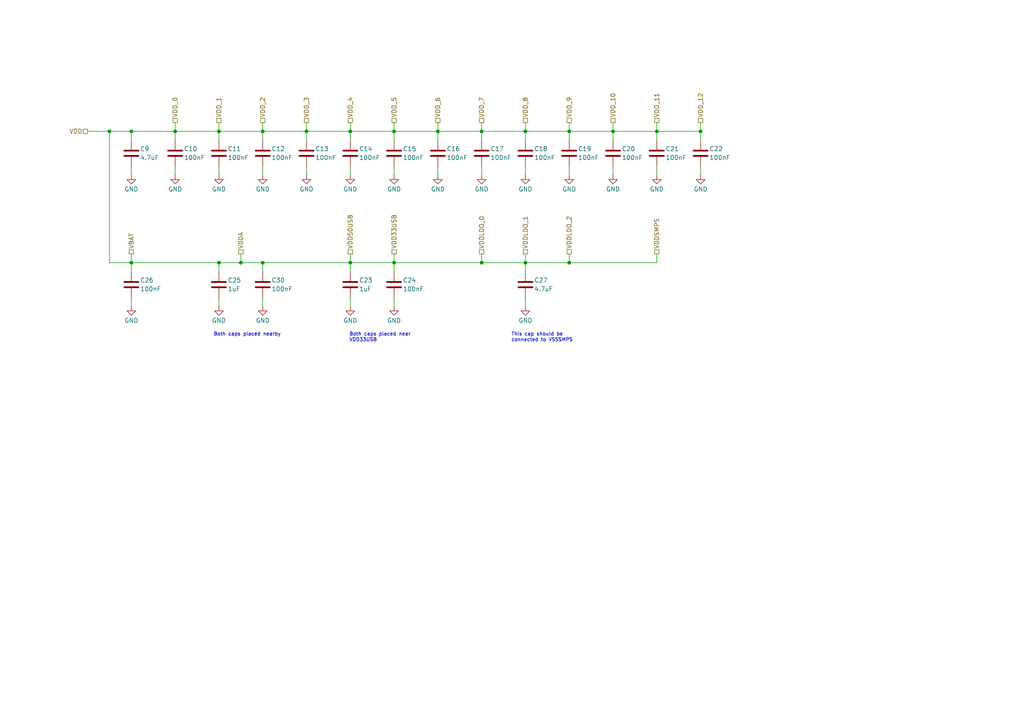
<source format=kicad_sch>
(kicad_sch (version 20250114) (generator "eeschema") (generator_version "9.0")
  (paper "A4")
  (lib_symbols
    (symbol "Device:C" (pin_numbers (hide yes)) (pin_names (offset 0.254))
      (property "Reference" "C" (at 0.635 2.54 0))
      (property "Value" "C" (at 0.635 -2.54 0))
      (symbol "C_0_1"
        (polyline (pts (xy -2.032 0.762) (xy 2.032 0.762)) (stroke (width 0.508)))
        (polyline (pts (xy -2.032 -0.762) (xy 2.032 -0.762)) (stroke (width 0.508)))
      )
      (symbol "C_1_1"
        (pin passive line (at 0 3.81 270) (length 2.794) (name "~") (number "1"))
        (pin passive line (at 0 -3.81 90) (length 2.794) (name "~") (number "2"))
      )
    )
    (symbol "power:GND" (power) (pin_numbers (hide yes)) (pin_names (offset 0) (hide yes))
      (property "Value" "GND" (at 0 -3.81 0))
      (symbol "GND_0_1"
        (polyline (pts (xy 0 0) (xy 0 -1.27) (xy 1.27 -1.27) (xy 0 -2.54) (xy -1.27 -1.27) (xy 0 -1.27)))
      )
      (symbol "GND_1_1"
        (pin power_in line (at 0 0 270) (length 0) (name "~") (number "1"))
      )
    )
  )
  (text_box "Both caps placed nearby" (at 60.96 95.25 0) (size 24.13 3.81) (margins 0.9525 0.9525 0.9525 0.9525) (stroke (width -0.0001)) (effects (font (size 1.016 1.016)) (justify left top)))
  (text_box "This cap should be connected to VSSSMPS" (at 147.32 95.25 0) (size 24.13 3.81) (margins 0.9525 0.9525 0.9525 0.9525) (stroke (width -0.0001)) (effects (font (size 1.016 1.016)) (justify left top)))
  (text_box "Both caps placed near VDD33USB" (at 100.33 95.25 0) (size 24.13 3.81) (margins 0.9525 0.9525 0.9525 0.9525) (stroke (width -0.0001)) (effects (font (size 1.016 1.016)) (justify left top)))
  (junction (at 139.7 38.1))
  (junction (at 63.5 76.2))
  (junction (at 63.5 38.1))
  (junction (at 38.1 38.1))
  (junction (at 31.75 38.1))
  (junction (at 114.3 76.2))
  (junction (at 152.4 76.2))
  (junction (at 50.8 38.1))
  (junction (at 139.7 76.2))
  (junction (at 177.8 38.1))
  (junction (at 114.3 38.1))
  (junction (at 165.1 38.1))
  (junction (at 76.2 76.2))
  (junction (at 88.9 38.1))
  (junction (at 203.2 38.1))
  (junction (at 127 38.1))
  (junction (at 101.6 38.1))
  (junction (at 69.85 76.2))
  (junction (at 165.1 76.2))
  (junction (at 38.1 76.2))
  (junction (at 76.2 38.1))
  (junction (at 190.5 38.1))
  (junction (at 101.6 76.2))
  (junction (at 152.4 38.1))
  (wire (pts (xy 63.5 38.1) (xy 76.2 38.1)))
  (wire (pts (xy 31.75 38.1) (xy 38.1 38.1)))
  (wire (pts (xy 152.4 76.2) (xy 139.7 76.2)))
  (wire (pts (xy 127 35.56) (xy 127 38.1)))
  (wire (pts (xy 69.85 73.66) (xy 69.85 76.2)))
  (wire (pts (xy 76.2 38.1) (xy 76.2 40.64)))
  (wire (pts (xy 139.7 35.56) (xy 139.7 38.1)))
  (wire (pts (xy 177.8 48.26) (xy 177.8 50.8)))
  (wire (pts (xy 152.4 35.56) (xy 152.4 38.1)))
  (wire (pts (xy 165.1 76.2) (xy 190.5 76.2)))
  (wire (pts (xy 114.3 86.36) (xy 114.3 88.9)))
  (wire (pts (xy 177.8 38.1) (xy 190.5 38.1)))
  (wire (pts (xy 190.5 35.56) (xy 190.5 38.1)))
  (wire (pts (xy 38.1 48.26) (xy 38.1 50.8)))
  (wire (pts (xy 152.4 38.1) (xy 152.4 40.64)))
  (wire (pts (xy 101.6 73.66) (xy 101.6 76.2)))
  (wire (pts (xy 101.6 38.1) (xy 101.6 40.64)))
  (wire (pts (xy 101.6 86.36) (xy 101.6 88.9)))
  (wire (pts (xy 139.7 48.26) (xy 139.7 50.8)))
  (wire (pts (xy 152.4 86.36) (xy 152.4 88.9)))
  (wire (pts (xy 114.3 48.26) (xy 114.3 50.8)))
  (wire (pts (xy 114.3 76.2) (xy 139.7 76.2)))
  (wire (pts (xy 127 38.1) (xy 139.7 38.1)))
  (wire (pts (xy 139.7 38.1) (xy 139.7 40.64)))
  (wire (pts (xy 190.5 38.1) (xy 203.2 38.1)))
  (wire (pts (xy 152.4 76.2) (xy 152.4 78.74)))
  (wire (pts (xy 63.5 38.1) (xy 63.5 40.64)))
  (wire (pts (xy 165.1 38.1) (xy 165.1 40.64)))
  (wire (pts (xy 203.2 35.56) (xy 203.2 38.1)))
  (wire (pts (xy 76.2 38.1) (xy 88.9 38.1)))
  (wire (pts (xy 31.75 76.2) (xy 31.75 38.1)))
  (wire (pts (xy 88.9 38.1) (xy 101.6 38.1)))
  (wire (pts (xy 63.5 35.56) (xy 63.5 38.1)))
  (wire (pts (xy 69.85 76.2) (xy 63.5 76.2)))
  (wire (pts (xy 114.3 38.1) (xy 114.3 40.64)))
  (wire (pts (xy 63.5 86.36) (xy 63.5 88.9)))
  (wire (pts (xy 76.2 48.26) (xy 76.2 50.8)))
  (wire (pts (xy 165.1 35.56) (xy 165.1 38.1)))
  (wire (pts (xy 177.8 38.1) (xy 177.8 40.64)))
  (wire (pts (xy 190.5 38.1) (xy 190.5 40.64)))
  (wire (pts (xy 50.8 38.1) (xy 63.5 38.1)))
  (wire (pts (xy 88.9 48.26) (xy 88.9 50.8)))
  (wire (pts (xy 101.6 48.26) (xy 101.6 50.8)))
  (wire (pts (xy 177.8 35.56) (xy 177.8 38.1)))
  (wire (pts (xy 190.5 73.66) (xy 190.5 76.2)))
  (wire (pts (xy 25.4 38.1) (xy 31.75 38.1)))
  (wire (pts (xy 114.3 35.56) (xy 114.3 38.1)))
  (wire (pts (xy 88.9 38.1) (xy 88.9 40.64)))
  (wire (pts (xy 88.9 35.56) (xy 88.9 38.1)))
  (wire (pts (xy 152.4 48.26) (xy 152.4 50.8)))
  (wire (pts (xy 38.1 86.36) (xy 38.1 88.9)))
  (wire (pts (xy 76.2 76.2) (xy 76.2 78.74)))
  (wire (pts (xy 76.2 86.36) (xy 76.2 88.9)))
  (wire (pts (xy 139.7 73.66) (xy 139.7 76.2)))
  (wire (pts (xy 101.6 76.2) (xy 114.3 76.2)))
  (wire (pts (xy 190.5 48.26) (xy 190.5 50.8)))
  (wire (pts (xy 127 48.26) (xy 127 50.8)))
  (wire (pts (xy 165.1 73.66) (xy 165.1 76.2)))
  (wire (pts (xy 38.1 76.2) (xy 31.75 76.2)))
  (wire (pts (xy 114.3 76.2) (xy 114.3 78.74)))
  (wire (pts (xy 38.1 38.1) (xy 50.8 38.1)))
  (wire (pts (xy 76.2 35.56) (xy 76.2 38.1)))
  (wire (pts (xy 165.1 38.1) (xy 177.8 38.1)))
  (wire (pts (xy 50.8 38.1) (xy 50.8 40.64)))
  (wire (pts (xy 38.1 73.66) (xy 38.1 76.2)))
  (wire (pts (xy 69.85 76.2) (xy 76.2 76.2)))
  (wire (pts (xy 114.3 38.1) (xy 127 38.1)))
  (wire (pts (xy 38.1 38.1) (xy 38.1 40.64)))
  (wire (pts (xy 152.4 73.66) (xy 152.4 76.2)))
  (wire (pts (xy 152.4 76.2) (xy 165.1 76.2)))
  (wire (pts (xy 101.6 76.2) (xy 101.6 78.74)))
  (wire (pts (xy 63.5 48.26) (xy 63.5 50.8)))
  (wire (pts (xy 101.6 38.1) (xy 114.3 38.1)))
  (wire (pts (xy 114.3 73.66) (xy 114.3 76.2)))
  (wire (pts (xy 63.5 76.2) (xy 63.5 78.74)))
  (wire (pts (xy 38.1 76.2) (xy 63.5 76.2)))
  (wire (pts (xy 152.4 38.1) (xy 165.1 38.1)))
  (wire (pts (xy 203.2 48.26) (xy 203.2 50.8)))
  (wire (pts (xy 38.1 76.2) (xy 38.1 78.74)))
  (wire (pts (xy 165.1 48.26) (xy 165.1 50.8)))
  (wire (pts (xy 139.7 38.1) (xy 152.4 38.1)))
  (wire (pts (xy 101.6 35.56) (xy 101.6 38.1)))
  (wire (pts (xy 50.8 48.26) (xy 50.8 50.8)))
  (wire (pts (xy 50.8 35.56) (xy 50.8 38.1)))
  (wire (pts (xy 203.2 38.1) (xy 203.2 40.64)))
  (wire (pts (xy 127 38.1) (xy 127 40.64)))
  (wire (pts (xy 76.2 76.2) (xy 101.6 76.2)))
  (hierarchical_label "VDD" (shape passive) (at 25.4 38.1 180))
  (hierarchical_label "VDD_4" (shape passive) (at 101.6 35.56 90))
  (hierarchical_label "VDD33USB" (shape passive) (at 114.3 73.66 90))
  (hierarchical_label "VDD_7" (shape passive) (at 139.7 35.56 90))
  (hierarchical_label "VDDSMPS" (shape passive) (at 190.5 73.66 90))
  (hierarchical_label "VDD_11" (shape passive) (at 190.5 35.56 90))
  (hierarchical_label "VDDLDO_1" (shape passive) (at 152.4 73.66 90))
  (hierarchical_label "VDD_12" (shape passive) (at 203.2 35.56 90))
  (hierarchical_label "VDDLDO_0" (shape passive) (at 139.7 73.66 90))
  (hierarchical_label "VDD_8" (shape passive) (at 152.4 35.56 90))
  (hierarchical_label "VDD_6" (shape passive) (at 127 35.56 90))
  (hierarchical_label "VDD50USB" (shape passive) (at 101.6 73.66 90))
  (hierarchical_label "VDD_1" (shape passive) (at 63.5 35.56 90))
  (hierarchical_label "VDDLDO_2" (shape passive) (at 165.1 73.66 90))
  (hierarchical_label "VDD_5" (shape passive) (at 114.3 35.56 90))
  (hierarchical_label "VDD_9" (shape passive) (at 165.1 35.56 90))
  (hierarchical_label "VDD_0" (shape passive) (at 50.8 35.56 90))
  (hierarchical_label "VDD_10" (shape passive) (at 177.8 35.56 90))
  (hierarchical_label "VDD_3" (shape passive) (at 88.9 35.56 90))
  (hierarchical_label "VBAT" (shape passive) (at 38.1 73.66 90))
  (hierarchical_label "VDDA" (shape passive) (at 69.85 73.66 90))
  (hierarchical_label "VDD_2" (shape passive) (at 76.2 35.56 90))
  (symbol (lib_id "power:GND") (at 50.8 50.8 0) (unit 1)
    (property "Reference" "#PWR02" (effects (hide yes)))
    (property "Value" "GND" (at 50.8 54.864 0))
    (property "Description" "Power symbol creates a global label with name \"GND\" , ground" (effects (hide yes)))
  )
  (symbol (lib_id "power:GND") (at 76.2 50.8 0) (unit 1)
    (property "Reference" "#PWR05" (effects (hide yes)))
    (property "Value" "GND" (at 76.2 54.864 0))
    (property "Description" "Power symbol creates a global label with name \"GND\" , ground" (effects (hide yes)))
  )
  (symbol (lib_id "Device:C") (at 165.1 44.45 0) (unit 1)
    (property "Reference" "C19" (at 167.64 43.18 0) (effects (justify left)))
    (property "Value" "100nF" (at 167.64 45.72 0) (effects (justify left)))
    (property "Footprint" "Capacitor_SMD:C_0402_1005Metric_Pad0.74x0.62mm_HandSolder" (effects (hide yes)))
    (property "Description" "Unpolarized capacitor" (effects (hide yes)))
  )
  (symbol (lib_id "power:GND") (at 165.1 50.8 0) (unit 1)
    (property "Reference" "#PWR027" (effects (hide yes)))
    (property "Value" "GND" (at 165.1 54.864 0))
    (property "Description" "Power symbol creates a global label with name \"GND\" , ground" (effects (hide yes)))
  )
  (symbol (lib_id "Device:C") (at 76.2 44.45 0) (unit 1)
    (property "Reference" "C12" (at 78.74 43.18 0) (effects (justify left)))
    (property "Value" "100nF" (at 78.74 45.72 0) (effects (justify left)))
    (property "Footprint" "Capacitor_SMD:C_0402_1005Metric_Pad0.74x0.62mm_HandSolder" (effects (hide yes)))
    (property "Description" "Unpolarized capacitor" (effects (hide yes)))
  )
  (symbol (lib_id "Device:C") (at 76.2 82.55 0) (unit 1)
    (property "Reference" "C30" (at 78.74 81.28 0) (effects (justify left)))
    (property "Value" "100nF" (at 78.74 83.82 0) (effects (justify left)))
    (property "Footprint" "Capacitor_SMD:C_0402_1005Metric_Pad0.74x0.62mm_HandSolder" (effects (hide yes)))
    (property "Description" "Unpolarized capacitor" (effects (hide yes)))
  )
  (symbol (lib_id "Device:C") (at 88.9 44.45 0) (unit 1)
    (property "Reference" "C13" (at 91.44 43.18 0) (effects (justify left)))
    (property "Value" "100nF" (at 91.44 45.72 0) (effects (justify left)))
    (property "Footprint" "Capacitor_SMD:C_0402_1005Metric_Pad0.74x0.62mm_HandSolder" (effects (hide yes)))
    (property "Description" "Unpolarized capacitor" (effects (hide yes)))
  )
  (symbol (lib_id "Device:C") (at 139.7 44.45 0) (unit 1)
    (property "Reference" "C17" (at 142.24 43.18 0) (effects (justify left)))
    (property "Value" "100nF" (at 142.24 45.72 0) (effects (justify left)))
    (property "Footprint" "Capacitor_SMD:C_0402_1005Metric_Pad0.74x0.62mm_HandSolder" (effects (hide yes)))
    (property "Description" "Unpolarized capacitor" (effects (hide yes)))
  )
  (symbol (lib_id "Device:C") (at 63.5 82.55 0) (unit 1)
    (property "Reference" "C25" (at 66.04 81.28 0) (effects (justify left)))
    (property "Value" "1uF" (at 66.04 83.82 0) (effects (justify left)))
    (property "Footprint" "Capacitor_SMD:C_0402_1005Metric_Pad0.74x0.62mm_HandSolder" (effects (hide yes)))
    (property "Description" "Unpolarized capacitor" (effects (hide yes)))
  )
  (symbol (lib_id "power:GND") (at 101.6 50.8 0) (unit 1)
    (property "Reference" "#PWR09" (effects (hide yes)))
    (property "Value" "GND" (at 101.6 54.864 0))
    (property "Description" "Power symbol creates a global label with name \"GND\" , ground" (effects (hide yes)))
  )
  (symbol (lib_id "power:GND") (at 63.5 88.9 0) (unit 1)
    (property "Reference" "#PWR035" (effects (hide yes)))
    (property "Value" "GND" (at 63.5 92.964 0))
    (property "Description" "Power symbol creates a global label with name \"GND\" , ground" (effects (hide yes)))
  )
  (symbol (lib_id "power:GND") (at 152.4 88.9 0) (unit 1)
    (property "Reference" "#PWR041" (effects (hide yes)))
    (property "Value" "GND" (at 152.4 92.964 0))
    (property "Description" "Power symbol creates a global label with name \"GND\" , ground" (effects (hide yes)))
  )
  (symbol (lib_id "Device:C") (at 38.1 82.55 0) (unit 1)
    (property "Reference" "C26" (at 40.64 81.28 0) (effects (justify left)))
    (property "Value" "100nF" (at 40.64 83.82 0) (effects (justify left)))
    (property "Footprint" "Capacitor_SMD:C_0402_1005Metric_Pad0.74x0.62mm_HandSolder" (effects (hide yes)))
    (property "Description" "Unpolarized capacitor" (effects (hide yes)))
  )
  (symbol (lib_id "power:GND") (at 190.5 50.8 0) (unit 1)
    (property "Reference" "#PWR030" (effects (hide yes)))
    (property "Value" "GND" (at 190.5 54.864 0))
    (property "Description" "Power symbol creates a global label with name \"GND\" , ground" (effects (hide yes)))
  )
  (symbol (lib_id "power:GND") (at 177.8 50.8 0) (unit 1)
    (property "Reference" "#PWR029" (effects (hide yes)))
    (property "Value" "GND" (at 177.8 54.864 0))
    (property "Description" "Power symbol creates a global label with name \"GND\" , ground" (effects (hide yes)))
  )
  (symbol (lib_id "Device:C") (at 101.6 44.45 0) (unit 1)
    (property "Reference" "C14" (at 104.14 43.18 0) (effects (justify left)))
    (property "Value" "100nF" (at 104.14 45.72 0) (effects (justify left)))
    (property "Footprint" "Capacitor_SMD:C_0402_1005Metric_Pad0.74x0.62mm_HandSolder" (effects (hide yes)))
    (property "Description" "Unpolarized capacitor" (effects (hide yes)))
  )
  (symbol (lib_id "power:GND") (at 88.9 50.8 0) (unit 1)
    (property "Reference" "#PWR06" (effects (hide yes)))
    (property "Value" "GND" (at 88.9 54.864 0))
    (property "Description" "Power symbol creates a global label with name \"GND\" , ground" (effects (hide yes)))
  )
  (symbol (lib_id "power:GND") (at 38.1 88.9 0) (unit 1)
    (property "Reference" "#PWR036" (effects (hide yes)))
    (property "Value" "GND" (at 38.1 92.964 0))
    (property "Description" "Power symbol creates a global label with name \"GND\" , ground" (effects (hide yes)))
  )
  (symbol (lib_id "Device:C") (at 50.8 44.45 0) (unit 1)
    (property "Reference" "C10" (at 53.34 43.18 0) (effects (justify left)))
    (property "Value" "100nF" (at 53.34 45.72 0) (effects (justify left)))
    (property "Footprint" "Capacitor_SMD:C_0402_1005Metric_Pad0.74x0.62mm_HandSolder" (effects (hide yes)))
    (property "Description" "Unpolarized capacitor" (effects (hide yes)))
  )
  (symbol (lib_id "Device:C") (at 177.8 44.45 0) (unit 1)
    (property "Reference" "C20" (at 180.34 43.18 0) (effects (justify left)))
    (property "Value" "100nF" (at 180.34 45.72 0) (effects (justify left)))
    (property "Footprint" "Capacitor_SMD:C_0402_1005Metric_Pad0.74x0.62mm_HandSolder" (effects (hide yes)))
    (property "Description" "Unpolarized capacitor" (effects (hide yes)))
  )
  (symbol (lib_id "Device:C") (at 101.6 82.55 0) (unit 1)
    (property "Reference" "C23" (at 104.14 81.28 0) (effects (justify left)))
    (property "Value" "1uF" (at 104.14 83.82 0) (effects (justify left)))
    (property "Footprint" "Capacitor_SMD:C_0402_1005Metric_Pad0.74x0.62mm_HandSolder" (effects (hide yes)))
    (property "Description" "Unpolarized capacitor" (effects (hide yes)))
  )
  (symbol (lib_id "power:GND") (at 139.7 50.8 0) (unit 1)
    (property "Reference" "#PWR018" (effects (hide yes)))
    (property "Value" "GND" (at 139.7 54.864 0))
    (property "Description" "Power symbol creates a global label with name \"GND\" , ground" (effects (hide yes)))
  )
  (symbol (lib_id "Device:C") (at 152.4 82.55 0) (unit 1)
    (property "Reference" "C27" (at 154.94 81.28 0) (effects (justify left)))
    (property "Value" "4.7uF" (at 154.94 83.82 0) (effects (justify left)))
    (property "Footprint" "Capacitor_SMD:C_0402_1005Metric_Pad0.74x0.62mm_HandSolder" (effects (hide yes)))
    (property "Description" "Unpolarized capacitor" (effects (hide yes)))
  )
  (symbol (lib_id "Device:C") (at 127 44.45 0) (unit 1)
    (property "Reference" "C16" (at 129.54 43.18 0) (effects (justify left)))
    (property "Value" "100nF" (at 129.54 45.72 0) (effects (justify left)))
    (property "Footprint" "Capacitor_SMD:C_0402_1005Metric_Pad0.74x0.62mm_HandSolder" (effects (hide yes)))
    (property "Description" "Unpolarized capacitor" (effects (hide yes)))
  )
  (symbol (lib_id "Device:C") (at 203.2 44.45 0) (unit 1)
    (property "Reference" "C22" (at 205.74 43.18 0) (effects (justify left)))
    (property "Value" "100nF" (at 205.74 45.72 0) (effects (justify left)))
    (property "Footprint" "Capacitor_SMD:C_0402_1005Metric_Pad0.74x0.62mm_HandSolder" (effects (hide yes)))
    (property "Description" "Unpolarized capacitor" (effects (hide yes)))
  )
  (symbol (lib_id "Device:C") (at 63.5 44.45 0) (unit 1)
    (property "Reference" "C11" (at 66.04 43.18 0) (effects (justify left)))
    (property "Value" "100nF" (at 66.04 45.72 0) (effects (justify left)))
    (property "Footprint" "Capacitor_SMD:C_0402_1005Metric_Pad0.74x0.62mm_HandSolder" (effects (hide yes)))
    (property "Description" "Unpolarized capacitor" (effects (hide yes)))
  )
  (symbol (lib_id "power:GND") (at 114.3 50.8 0) (unit 1)
    (property "Reference" "#PWR010" (effects (hide yes)))
    (property "Value" "GND" (at 114.3 54.864 0))
    (property "Description" "Power symbol creates a global label with name \"GND\" , ground" (effects (hide yes)))
  )
  (symbol (lib_id "Device:C") (at 38.1 44.45 0) (unit 1)
    (property "Reference" "C9" (at 40.64 43.18 0) (effects (justify left)))
    (property "Value" "4.7uF" (at 40.64 45.72 0) (effects (justify left)))
    (property "Footprint" "Capacitor_SMD:C_0402_1005Metric_Pad0.74x0.62mm_HandSolder" (effects (hide yes)))
    (property "Description" "Unpolarized capacitor" (effects (hide yes)))
  )
  (symbol (lib_id "power:GND") (at 101.6 88.9 0) (unit 1)
    (property "Reference" "#PWR033" (effects (hide yes)))
    (property "Value" "GND" (at 101.6 92.964 0))
    (property "Description" "Power symbol creates a global label with name \"GND\" , ground" (effects (hide yes)))
  )
  (symbol (lib_id "power:GND") (at 127 50.8 0) (unit 1)
    (property "Reference" "#PWR011" (effects (hide yes)))
    (property "Value" "GND" (at 127 54.864 0))
    (property "Description" "Power symbol creates a global label with name \"GND\" , ground" (effects (hide yes)))
  )
  (symbol (lib_id "power:GND") (at 203.2 50.8 0) (unit 1)
    (property "Reference" "#PWR031" (effects (hide yes)))
    (property "Value" "GND" (at 203.2 54.864 0))
    (property "Description" "Power symbol creates a global label with name \"GND\" , ground" (effects (hide yes)))
  )
  (symbol (lib_id "Device:C") (at 114.3 44.45 0) (unit 1)
    (property "Reference" "C15" (at 116.84 43.18 0) (effects (justify left)))
    (property "Value" "100nF" (at 116.84 45.72 0) (effects (justify left)))
    (property "Footprint" "Capacitor_SMD:C_0402_1005Metric_Pad0.74x0.62mm_HandSolder" (effects (hide yes)))
    (property "Description" "Unpolarized capacitor" (effects (hide yes)))
  )
  (symbol (lib_id "power:GND") (at 63.5 50.8 0) (unit 1)
    (property "Reference" "#PWR03" (effects (hide yes)))
    (property "Value" "GND" (at 63.5 54.864 0))
    (property "Description" "Power symbol creates a global label with name \"GND\" , ground" (effects (hide yes)))
  )
  (symbol (lib_id "power:GND") (at 38.1 50.8 0) (unit 1)
    (property "Reference" "#PWR032" (effects (hide yes)))
    (property "Value" "GND" (at 38.1 54.864 0))
    (property "Description" "Power symbol creates a global label with name \"GND\" , ground" (effects (hide yes)))
  )
  (symbol (lib_id "power:GND") (at 152.4 50.8 0) (unit 1)
    (property "Reference" "#PWR019" (effects (hide yes)))
    (property "Value" "GND" (at 152.4 54.864 0))
    (property "Description" "Power symbol creates a global label with name \"GND\" , ground" (effects (hide yes)))
  )
  (symbol (lib_id "Device:C") (at 152.4 44.45 0) (unit 1)
    (property "Reference" "C18" (at 154.94 43.18 0) (effects (justify left)))
    (property "Value" "100nF" (at 154.94 45.72 0) (effects (justify left)))
    (property "Footprint" "Capacitor_SMD:C_0402_1005Metric_Pad0.74x0.62mm_HandSolder" (effects (hide yes)))
    (property "Description" "Unpolarized capacitor" (effects (hide yes)))
  )
  (symbol (lib_id "power:GND") (at 114.3 88.9 0) (unit 1)
    (property "Reference" "#PWR034" (effects (hide yes)))
    (property "Value" "GND" (at 114.3 92.964 0))
    (property "Description" "Power symbol creates a global label with name \"GND\" , ground" (effects (hide yes)))
  )
  (symbol (lib_id "power:GND") (at 76.2 88.9 0) (unit 1)
    (property "Reference" "#PWR040" (effects (hide yes)))
    (property "Value" "GND" (at 76.2 92.964 0))
    (property "Description" "Power symbol creates a global label with name \"GND\" , ground" (effects (hide yes)))
  )
  (symbol (lib_id "Device:C") (at 190.5 44.45 0) (unit 1)
    (property "Reference" "C21" (at 193.04 43.18 0) (effects (justify left)))
    (property "Value" "100nF" (at 193.04 45.72 0) (effects (justify left)))
    (property "Footprint" "Capacitor_SMD:C_0402_1005Metric_Pad0.74x0.62mm_HandSolder" (effects (hide yes)))
    (property "Description" "Unpolarized capacitor" (effects (hide yes)))
  )
  (symbol (lib_id "Device:C") (at 114.3 82.55 0) (unit 1)
    (property "Reference" "C24" (at 116.84 81.28 0) (effects (justify left)))
    (property "Value" "100nF" (at 116.84 83.82 0) (effects (justify left)))
    (property "Footprint" "Capacitor_SMD:C_0402_1005Metric_Pad0.74x0.62mm_HandSolder" (effects (hide yes)))
    (property "Description" "Unpolarized capacitor" (effects (hide yes)))
  )
)
</source>
